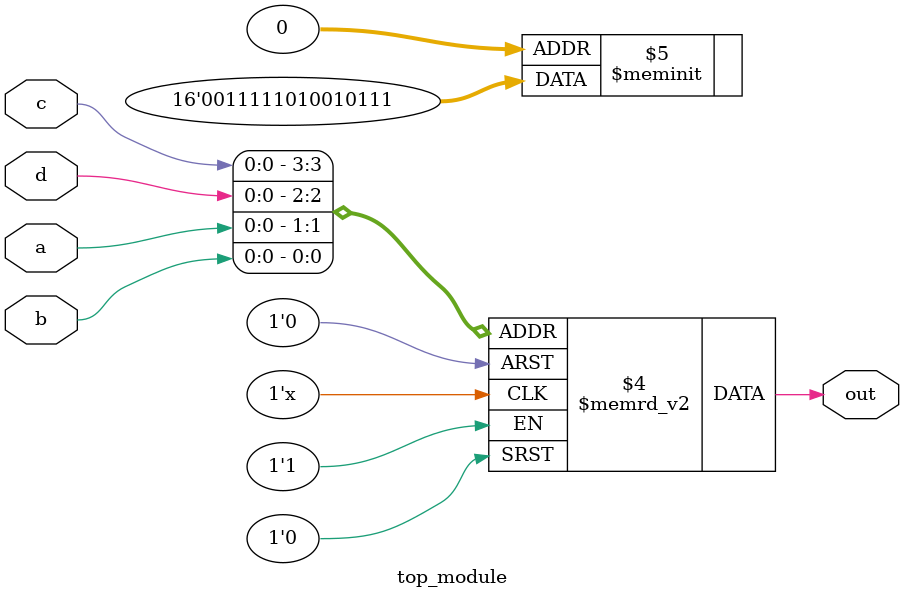
<source format=sv>
module top_module (
    input a, 
    input b,
    input c,
    input d,
    output out
);

    always @(*) begin
        case ({c, d, a, b})
            4'b0000: out = 1;
            4'b0001: out = 1;
            4'b0010: out = 1;
            4'b0011: out = 0;
            4'b0100: out = 1;
            4'b0101: out = 0;
            4'b0110: out = 0;
            4'b0111: out = 1;
            4'b1000: out = 0;
            4'b1001: out = 1;
            4'b1010: out = 1;
            4'b1011: out = 1;
            4'b1100: out = 1;
            4'b1101: out = 1;
            4'b1110: out = 0;
            4'b1111: out = 0;
            default: out = 0;
        endcase
    end

endmodule

</source>
